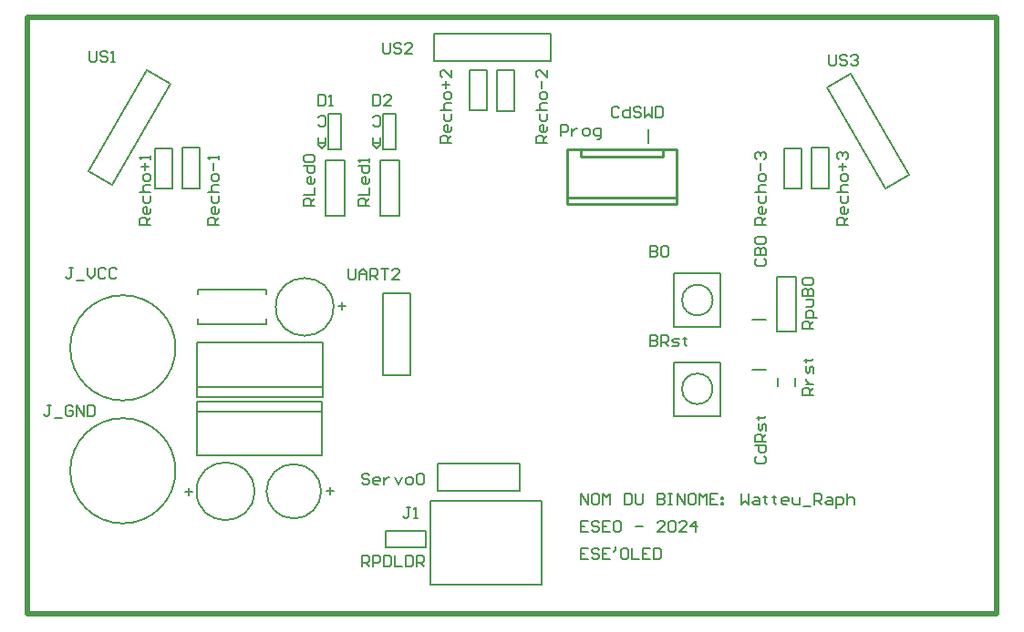
<source format=gto>
G04*
G04 #@! TF.GenerationSoftware,Altium Limited,Altium Designer,19.1.5 (86)*
G04*
G04 Layer_Color=65535*
%FSLAX25Y25*%
%MOIN*%
G70*
G01*
G75*
%ADD10C,0.00787*%
%ADD11C,0.00800*%
%ADD12C,0.00600*%
%ADD13C,0.01000*%
%ADD14C,0.02000*%
D10*
X54259Y110000D02*
G03*
X54259Y110000I-19259J0D01*
G01*
X97500Y92500D02*
G03*
X107500Y102500I0J10000D01*
G01*
X87500D02*
G03*
X97500Y92500I10000J0D01*
G01*
Y112500D02*
G03*
X87500Y102500I0J-10000D01*
G01*
X107500D02*
G03*
X97500Y112500I-10000J0D01*
G01*
X112000Y170000D02*
G03*
X112000Y170000I-10563J0D01*
G01*
X54259Y155000D02*
G03*
X54259Y155000I-19259J0D01*
G01*
X83063Y102500D02*
G03*
X83063Y102500I-10563J0D01*
G01*
X107835Y115532D02*
Y135453D01*
X62047Y115532D02*
Y135453D01*
Y115532D02*
X107835D01*
X62047Y135453D02*
X107835D01*
X62047Y131752D02*
X107835D01*
X274350Y140925D02*
Y144075D01*
X280650Y140925D02*
Y144075D01*
X130138Y227638D02*
X134862D01*
Y240630D01*
X130138D02*
X134862D01*
X130138Y227638D02*
Y240630D01*
X130000Y145000D02*
X140000D01*
X130000D02*
Y175000D01*
X140000D01*
Y145000D02*
Y175000D01*
X87500Y163750D02*
Y165500D01*
X62500Y174500D02*
Y176250D01*
X87500D01*
Y174500D02*
Y176250D01*
X62500Y163750D02*
X87500D01*
X62500D02*
Y165500D01*
X188091Y68209D02*
Y81090D01*
Y88090D02*
Y98839D01*
X174291Y68209D02*
X188091D01*
Y81090D02*
Y88090D01*
X147500Y98839D02*
X188091D01*
X147500Y68209D02*
Y98839D01*
Y68209D02*
X174291D01*
X313820Y213385D02*
X322480Y218385D01*
X292560Y250208D02*
X313820Y213385D01*
X301220Y255208D02*
X322480Y218385D01*
X292560Y250208D02*
X301220Y255208D01*
X150000Y102500D02*
Y112500D01*
X180000D01*
Y102500D02*
Y112500D01*
X150000Y102500D02*
X180000D01*
X62165Y137047D02*
Y156968D01*
X107953Y137047D02*
Y156968D01*
X62165D02*
X107953D01*
X62165Y137047D02*
X107953D01*
X62165Y140748D02*
X107953D01*
X264941Y165413D02*
X270059D01*
X110138Y227638D02*
X114862D01*
Y240630D01*
X110138D02*
X114862D01*
X110138Y227638D02*
Y240630D01*
X264941Y147087D02*
X270059D01*
X227087Y229941D02*
Y235059D01*
X22520Y219724D02*
X31181Y214724D01*
X22520Y219724D02*
X43780Y256547D01*
X31181Y214724D02*
X52440Y251547D01*
X43780Y256547D02*
X52440Y251547D01*
X191299Y260000D02*
Y270000D01*
X148779Y260000D02*
X191299D01*
X148779Y270000D02*
X191299D01*
X148779Y260000D02*
Y270000D01*
X128957Y231968D02*
Y229345D01*
X127645Y228033D01*
X126333Y229345D01*
Y231968D01*
Y230001D01*
X128957D01*
X126333Y236563D02*
X126989Y235907D01*
X128301D01*
X128957Y236563D01*
Y239187D01*
X128301Y239843D01*
X126989D01*
X126333Y239187D01*
X108957Y231968D02*
Y229345D01*
X107645Y228033D01*
X106333Y229345D01*
Y231968D01*
Y230001D01*
X108957D01*
X106333Y236563D02*
X106989Y235907D01*
X108301D01*
X108957Y236563D01*
Y239187D01*
X108301Y239843D01*
X106989D01*
X106333Y239187D01*
D11*
X250590Y140000D02*
G03*
X250590Y140000I-5590J0D01*
G01*
Y172500D02*
G03*
X250590Y172500I-5590J0D01*
G01*
X253307Y130000D02*
Y149685D01*
X236378D02*
X253307D01*
X236378Y130000D02*
Y149685D01*
Y130000D02*
X253307D01*
Y162500D02*
Y182185D01*
X236378D02*
X253307D01*
X236378Y162500D02*
Y182185D01*
Y162500D02*
X253307D01*
X287500Y162000D02*
X283501D01*
Y163999D01*
X284168Y164666D01*
X285501D01*
X286167Y163999D01*
Y162000D01*
Y163333D02*
X287500Y164666D01*
X288833Y165999D02*
X284834D01*
Y167998D01*
X285501Y168665D01*
X286834D01*
X287500Y167998D01*
Y165999D01*
X284834Y169997D02*
X286834D01*
X287500Y170664D01*
Y172663D01*
X284834D01*
X283501Y173996D02*
X287500D01*
Y175996D01*
X286834Y176662D01*
X286167D01*
X285501Y175996D01*
Y173996D01*
Y175996D01*
X284834Y176662D01*
X284168D01*
X283501Y175996D01*
Y173996D01*
X284168Y177995D02*
X283501Y178661D01*
Y179994D01*
X284168Y180661D01*
X286834D01*
X287500Y179994D01*
Y178661D01*
X286834Y177995D01*
X284168D01*
X122500Y75000D02*
Y78999D01*
X124499D01*
X125166Y78332D01*
Y76999D01*
X124499Y76333D01*
X122500D01*
X123833D02*
X125166Y75000D01*
X126499D02*
Y78999D01*
X128498D01*
X129165Y78332D01*
Y76999D01*
X128498Y76333D01*
X126499D01*
X130497Y78999D02*
Y75000D01*
X132497D01*
X133163Y75666D01*
Y78332D01*
X132497Y78999D01*
X130497D01*
X134496D02*
Y75000D01*
X137162D01*
X138495Y78999D02*
Y75000D01*
X140494D01*
X141161Y75666D01*
Y78332D01*
X140494Y78999D01*
X138495D01*
X142494Y75000D02*
Y78999D01*
X144493D01*
X145159Y78332D01*
Y76999D01*
X144493Y76333D01*
X142494D01*
X143826D02*
X145159Y75000D01*
X287500Y137500D02*
X283501D01*
Y139499D01*
X284168Y140166D01*
X285501D01*
X286167Y139499D01*
Y137500D01*
Y138833D02*
X287500Y140166D01*
X284834Y141499D02*
X287500D01*
X286167D01*
X285501Y142165D01*
X284834Y142832D01*
Y143498D01*
X287500Y145497D02*
Y147497D01*
X286834Y148163D01*
X286167Y147497D01*
Y146164D01*
X285501Y145497D01*
X284834Y146164D01*
Y148163D01*
X284168Y150163D02*
X284834D01*
Y149496D01*
Y150829D01*
Y150163D01*
X286834D01*
X287500Y150829D01*
X126300Y247799D02*
Y243800D01*
X128299D01*
X128966Y244466D01*
Y247132D01*
X128299Y247799D01*
X126300D01*
X132965Y243800D02*
X130299D01*
X132965Y246466D01*
Y247132D01*
X132298Y247799D01*
X130965D01*
X130299Y247132D01*
X195000Y232500D02*
Y236499D01*
X196999D01*
X197666Y235832D01*
Y234499D01*
X196999Y233833D01*
X195000D01*
X198999Y235166D02*
Y232500D01*
Y233833D01*
X199665Y234499D01*
X200332Y235166D01*
X200998D01*
X203664Y232500D02*
X204997D01*
X205663Y233166D01*
Y234499D01*
X204997Y235166D01*
X203664D01*
X202997Y234499D01*
Y233166D01*
X203664Y232500D01*
X208329Y231167D02*
X208996D01*
X209662Y231834D01*
Y235166D01*
X207663D01*
X206996Y234499D01*
Y233166D01*
X207663Y232500D01*
X209662D01*
X117500Y183999D02*
Y180666D01*
X118166Y180000D01*
X119499D01*
X120166Y180666D01*
Y183999D01*
X121499Y180000D02*
Y182666D01*
X122832Y183999D01*
X124164Y182666D01*
Y180000D01*
Y181999D01*
X121499D01*
X125497Y180000D02*
Y183999D01*
X127497D01*
X128163Y183332D01*
Y181999D01*
X127497Y181333D01*
X125497D01*
X126830D02*
X128163Y180000D01*
X129496Y183999D02*
X132162D01*
X130829D01*
Y180000D01*
X136161D02*
X133495D01*
X136161Y182666D01*
Y183332D01*
X135494Y183999D01*
X134161D01*
X133495Y183332D01*
X8666Y133999D02*
X7333D01*
X7999D01*
Y130666D01*
X7333Y130000D01*
X6667D01*
X6000Y130666D01*
X9999Y129333D02*
X12664D01*
X16663Y133332D02*
X15997Y133999D01*
X14664D01*
X13997Y133332D01*
Y130666D01*
X14664Y130000D01*
X15997D01*
X16663Y130666D01*
Y131999D01*
X15330D01*
X17996Y130000D02*
Y133999D01*
X20662Y130000D01*
Y133999D01*
X21995D02*
Y130000D01*
X23994D01*
X24661Y130666D01*
Y133332D01*
X23994Y133999D01*
X21995D01*
X112185Y102666D02*
X109519D01*
X110852Y101333D02*
Y103999D01*
X116319Y170166D02*
X113653D01*
X114986Y168833D02*
Y171499D01*
X227900Y159799D02*
Y155800D01*
X229899D01*
X230566Y156466D01*
Y157133D01*
X229899Y157799D01*
X227900D01*
X229899D01*
X230566Y158466D01*
Y159132D01*
X229899Y159799D01*
X227900D01*
X231899Y155800D02*
Y159799D01*
X233898D01*
X234564Y159132D01*
Y157799D01*
X233898Y157133D01*
X231899D01*
X233232D02*
X234564Y155800D01*
X235897D02*
X237897D01*
X238563Y156466D01*
X237897Y157133D01*
X236564D01*
X235897Y157799D01*
X236564Y158466D01*
X238563D01*
X240563Y159132D02*
Y158466D01*
X239896D01*
X241229D01*
X240563D01*
Y156466D01*
X241229Y155800D01*
X140166Y96499D02*
X138833D01*
X139499D01*
Y93166D01*
X138833Y92500D01*
X138166D01*
X137500Y93166D01*
X141499Y92500D02*
X142832D01*
X142165D01*
Y96499D01*
X141499Y95832D01*
X293000Y262399D02*
Y259066D01*
X293666Y258400D01*
X294999D01*
X295666Y259066D01*
Y262399D01*
X299664Y261732D02*
X298998Y262399D01*
X297665D01*
X296999Y261732D01*
Y261066D01*
X297665Y260399D01*
X298998D01*
X299664Y259733D01*
Y259066D01*
X298998Y258400D01*
X297665D01*
X296999Y259066D01*
X300997Y261732D02*
X301664Y262399D01*
X302997D01*
X303663Y261732D01*
Y261066D01*
X302997Y260399D01*
X302330D01*
X302997D01*
X303663Y259733D01*
Y259066D01*
X302997Y258400D01*
X301664D01*
X300997Y259066D01*
X125166Y108332D02*
X124499Y108999D01*
X123167D01*
X122500Y108332D01*
Y107666D01*
X123167Y106999D01*
X124499D01*
X125166Y106333D01*
Y105666D01*
X124499Y105000D01*
X123167D01*
X122500Y105666D01*
X128498Y105000D02*
X127165D01*
X126499Y105666D01*
Y106999D01*
X127165Y107666D01*
X128498D01*
X129165Y106999D01*
Y106333D01*
X126499D01*
X130497Y107666D02*
Y105000D01*
Y106333D01*
X131164Y106999D01*
X131830Y107666D01*
X132497D01*
X134496D02*
X135829Y105000D01*
X137162Y107666D01*
X139161Y105000D02*
X140494D01*
X141161Y105666D01*
Y106999D01*
X140494Y107666D01*
X139161D01*
X138495Y106999D01*
Y105666D01*
X139161Y105000D01*
X142494Y108332D02*
X143160Y108999D01*
X144493D01*
X145159Y108332D01*
Y105666D01*
X144493Y105000D01*
X143160D01*
X142494Y105666D01*
Y108332D01*
X16766Y184199D02*
X15433D01*
X16099D01*
Y180867D01*
X15433Y180200D01*
X14766D01*
X14100Y180867D01*
X18099Y179534D02*
X20764D01*
X22097Y184199D02*
Y181533D01*
X23430Y180200D01*
X24763Y181533D01*
Y184199D01*
X28762Y183532D02*
X28095Y184199D01*
X26763D01*
X26096Y183532D01*
Y180867D01*
X26763Y180200D01*
X28095D01*
X28762Y180867D01*
X32761Y183532D02*
X32094Y184199D01*
X30761D01*
X30095Y183532D01*
Y180867D01*
X30761Y180200D01*
X32094D01*
X32761Y180867D01*
X57618Y102334D02*
X60284D01*
X58951Y103667D02*
Y101001D01*
X227900Y192299D02*
Y188300D01*
X229899D01*
X230566Y188967D01*
Y189633D01*
X229899Y190299D01*
X227900D01*
X229899D01*
X230566Y190966D01*
Y191632D01*
X229899Y192299D01*
X227900D01*
X231899Y191632D02*
X232565Y192299D01*
X233898D01*
X234564Y191632D01*
Y188967D01*
X233898Y188300D01*
X232565D01*
X231899Y188967D01*
Y191632D01*
X266668Y187666D02*
X266001Y186999D01*
Y185667D01*
X266668Y185000D01*
X269334D01*
X270000Y185667D01*
Y186999D01*
X269334Y187666D01*
X266001Y188999D02*
X270000D01*
Y190998D01*
X269334Y191665D01*
X268667D01*
X268001Y190998D01*
Y188999D01*
Y190998D01*
X267334Y191665D01*
X266668D01*
X266001Y190998D01*
Y188999D01*
X266668Y192997D02*
X266001Y193664D01*
Y194997D01*
X266668Y195663D01*
X269334D01*
X270000Y194997D01*
Y193664D01*
X269334Y192997D01*
X266668D01*
X106300Y247799D02*
Y243800D01*
X108299D01*
X108966Y244466D01*
Y247132D01*
X108299Y247799D01*
X106300D01*
X110299Y243800D02*
X111632D01*
X110965D01*
Y247799D01*
X110299Y247132D01*
X105000Y207000D02*
X101001D01*
Y208999D01*
X101668Y209666D01*
X103001D01*
X103667Y208999D01*
Y207000D01*
Y208333D02*
X105000Y209666D01*
X101001Y210999D02*
X105000D01*
Y213665D01*
Y216997D02*
Y215664D01*
X104333Y214997D01*
X103001D01*
X102334Y215664D01*
Y216997D01*
X103001Y217663D01*
X103667D01*
Y214997D01*
X101001Y221662D02*
X105000D01*
Y219663D01*
X104333Y218996D01*
X103001D01*
X102334Y219663D01*
Y221662D01*
X101668Y222995D02*
X101001Y223661D01*
Y224994D01*
X101668Y225661D01*
X104333D01*
X105000Y224994D01*
Y223661D01*
X104333Y222995D01*
X101668D01*
X125000Y207000D02*
X121001D01*
Y208999D01*
X121668Y209666D01*
X123001D01*
X123667Y208999D01*
Y207000D01*
Y208333D02*
X125000Y209666D01*
X121001Y210999D02*
X125000D01*
Y213665D01*
Y216997D02*
Y215664D01*
X124334Y214997D01*
X123001D01*
X122334Y215664D01*
Y216997D01*
X123001Y217663D01*
X123667D01*
Y214997D01*
X121001Y221662D02*
X125000D01*
Y219663D01*
X124334Y218996D01*
X123001D01*
X122334Y219663D01*
Y221662D01*
X125000Y222995D02*
Y224328D01*
Y223661D01*
X121001D01*
X121668Y222995D01*
X266668Y115166D02*
X266001Y114499D01*
Y113166D01*
X266668Y112500D01*
X269334D01*
X270000Y113166D01*
Y114499D01*
X269334Y115166D01*
X266001Y119165D02*
X270000D01*
Y117165D01*
X269334Y116499D01*
X268001D01*
X267334Y117165D01*
Y119165D01*
X270000Y120497D02*
X266001D01*
Y122497D01*
X266668Y123163D01*
X268001D01*
X268667Y122497D01*
Y120497D01*
Y121830D02*
X270000Y123163D01*
Y124496D02*
Y126496D01*
X269334Y127162D01*
X268667Y126496D01*
Y125163D01*
X268001Y124496D01*
X267334Y125163D01*
Y127162D01*
X266668Y129161D02*
X267334D01*
Y128495D01*
Y129828D01*
Y129161D01*
X269334D01*
X270000Y129828D01*
X216366Y242732D02*
X215699Y243399D01*
X214366D01*
X213700Y242732D01*
Y240066D01*
X214366Y239400D01*
X215699D01*
X216366Y240066D01*
X220364Y243399D02*
Y239400D01*
X218365D01*
X217699Y240066D01*
Y241399D01*
X218365Y242066D01*
X220364D01*
X224363Y242732D02*
X223697Y243399D01*
X222364D01*
X221697Y242732D01*
Y242066D01*
X222364Y241399D01*
X223697D01*
X224363Y240733D01*
Y240066D01*
X223697Y239400D01*
X222364D01*
X221697Y240066D01*
X225696Y243399D02*
Y239400D01*
X227029Y240733D01*
X228362Y239400D01*
Y243399D01*
X229695D02*
Y239400D01*
X231694D01*
X232361Y240066D01*
Y242732D01*
X231694Y243399D01*
X229695D01*
X45000Y200000D02*
X41001D01*
Y201999D01*
X41668Y202666D01*
X43001D01*
X43667Y201999D01*
Y200000D01*
Y201333D02*
X45000Y202666D01*
Y205998D02*
Y204665D01*
X44334Y203999D01*
X43001D01*
X42334Y204665D01*
Y205998D01*
X43001Y206664D01*
X43667D01*
Y203999D01*
X42334Y210663D02*
Y208664D01*
X43001Y207997D01*
X44334D01*
X45000Y208664D01*
Y210663D01*
X41001Y211996D02*
X45000D01*
X43001D01*
X42334Y212663D01*
Y213996D01*
X43001Y214662D01*
X45000D01*
Y216661D02*
Y217994D01*
X44334Y218661D01*
X43001D01*
X42334Y217994D01*
Y216661D01*
X43001Y215995D01*
X44334D01*
X45000Y216661D01*
X43001Y219994D02*
Y222659D01*
X41668Y221326D02*
X44334D01*
X45000Y223992D02*
Y225325D01*
Y224659D01*
X41001D01*
X41668Y223992D01*
X155000Y230000D02*
X151001D01*
Y231999D01*
X151668Y232666D01*
X153001D01*
X153667Y231999D01*
Y230000D01*
Y231333D02*
X155000Y232666D01*
Y235998D02*
Y234665D01*
X154333Y233999D01*
X153001D01*
X152334Y234665D01*
Y235998D01*
X153001Y236665D01*
X153667D01*
Y233999D01*
X152334Y240663D02*
Y238664D01*
X153001Y237997D01*
X154333D01*
X155000Y238664D01*
Y240663D01*
X151001Y241996D02*
X155000D01*
X153001D01*
X152334Y242663D01*
Y243995D01*
X153001Y244662D01*
X155000D01*
Y246661D02*
Y247994D01*
X154333Y248661D01*
X153001D01*
X152334Y247994D01*
Y246661D01*
X153001Y245995D01*
X154333D01*
X155000Y246661D01*
X153001Y249994D02*
Y252659D01*
X151668Y251326D02*
X154333D01*
X155000Y256658D02*
Y253992D01*
X152334Y256658D01*
X151668D01*
X151001Y255992D01*
Y254659D01*
X151668Y253992D01*
X300000Y200000D02*
X296001D01*
Y201999D01*
X296668Y202666D01*
X298001D01*
X298667Y201999D01*
Y200000D01*
Y201333D02*
X300000Y202666D01*
Y205998D02*
Y204665D01*
X299334Y203999D01*
X298001D01*
X297334Y204665D01*
Y205998D01*
X298001Y206664D01*
X298667D01*
Y203999D01*
X297334Y210663D02*
Y208664D01*
X298001Y207997D01*
X299334D01*
X300000Y208664D01*
Y210663D01*
X296001Y211996D02*
X300000D01*
X298001D01*
X297334Y212663D01*
Y213996D01*
X298001Y214662D01*
X300000D01*
Y216661D02*
Y217994D01*
X299334Y218661D01*
X298001D01*
X297334Y217994D01*
Y216661D01*
X298001Y215995D01*
X299334D01*
X300000Y216661D01*
X298001Y219994D02*
Y222659D01*
X296668Y221326D02*
X299334D01*
X296668Y223992D02*
X296001Y224659D01*
Y225992D01*
X296668Y226658D01*
X297334D01*
X298001Y225992D01*
Y225325D01*
Y225992D01*
X298667Y226658D01*
X299334D01*
X300000Y225992D01*
Y224659D01*
X299334Y223992D01*
X70000Y200000D02*
X66001D01*
Y201999D01*
X66668Y202666D01*
X68001D01*
X68667Y201999D01*
Y200000D01*
Y201333D02*
X70000Y202666D01*
Y205998D02*
Y204665D01*
X69334Y203999D01*
X68001D01*
X67334Y204665D01*
Y205998D01*
X68001Y206664D01*
X68667D01*
Y203999D01*
X67334Y210663D02*
Y208664D01*
X68001Y207997D01*
X69334D01*
X70000Y208664D01*
Y210663D01*
X66001Y211996D02*
X70000D01*
X68001D01*
X67334Y212663D01*
Y213996D01*
X68001Y214662D01*
X70000D01*
Y216661D02*
Y217994D01*
X69334Y218661D01*
X68001D01*
X67334Y217994D01*
Y216661D01*
X68001Y215995D01*
X69334D01*
X70000Y216661D01*
X68001Y219994D02*
Y222659D01*
X70000Y223992D02*
Y225325D01*
Y224659D01*
X66001D01*
X66668Y223992D01*
X190000Y230000D02*
X186001D01*
Y231999D01*
X186668Y232666D01*
X188001D01*
X188667Y231999D01*
Y230000D01*
Y231333D02*
X190000Y232666D01*
Y235998D02*
Y234665D01*
X189333Y233999D01*
X188001D01*
X187334Y234665D01*
Y235998D01*
X188001Y236665D01*
X188667D01*
Y233999D01*
X187334Y240663D02*
Y238664D01*
X188001Y237997D01*
X189333D01*
X190000Y238664D01*
Y240663D01*
X186001Y241996D02*
X190000D01*
X188001D01*
X187334Y242663D01*
Y243995D01*
X188001Y244662D01*
X190000D01*
Y246661D02*
Y247994D01*
X189333Y248661D01*
X188001D01*
X187334Y247994D01*
Y246661D01*
X188001Y245995D01*
X189333D01*
X190000Y246661D01*
X188001Y249994D02*
Y252659D01*
X190000Y256658D02*
Y253992D01*
X187334Y256658D01*
X186668D01*
X186001Y255992D01*
Y254659D01*
X186668Y253992D01*
X270000Y200000D02*
X266001D01*
Y201999D01*
X266668Y202666D01*
X268001D01*
X268667Y201999D01*
Y200000D01*
Y201333D02*
X270000Y202666D01*
Y205998D02*
Y204665D01*
X269334Y203999D01*
X268001D01*
X267334Y204665D01*
Y205998D01*
X268001Y206664D01*
X268667D01*
Y203999D01*
X267334Y210663D02*
Y208664D01*
X268001Y207997D01*
X269334D01*
X270000Y208664D01*
Y210663D01*
X266001Y211996D02*
X270000D01*
X268001D01*
X267334Y212663D01*
Y213996D01*
X268001Y214662D01*
X270000D01*
Y216661D02*
Y217994D01*
X269334Y218661D01*
X268001D01*
X267334Y217994D01*
Y216661D01*
X268001Y215995D01*
X269334D01*
X270000Y216661D01*
X268001Y219994D02*
Y222659D01*
X266668Y223992D02*
X266001Y224659D01*
Y225992D01*
X266668Y226658D01*
X267334D01*
X268001Y225992D01*
Y225325D01*
Y225992D01*
X268667Y226658D01*
X269334D01*
X270000Y225992D01*
Y224659D01*
X269334Y223992D01*
X22900Y263699D02*
Y260366D01*
X23566Y259700D01*
X24899D01*
X25566Y260366D01*
Y263699D01*
X29564Y263032D02*
X28898Y263699D01*
X27565D01*
X26899Y263032D01*
Y262366D01*
X27565Y261699D01*
X28898D01*
X29564Y261033D01*
Y260366D01*
X28898Y259700D01*
X27565D01*
X26899Y260366D01*
X30897Y259700D02*
X32230D01*
X31564D01*
Y263699D01*
X30897Y263032D01*
X130000Y266499D02*
Y263166D01*
X130666Y262500D01*
X131999D01*
X132666Y263166D01*
Y266499D01*
X136664Y265832D02*
X135998Y266499D01*
X134665D01*
X133999Y265832D01*
Y265166D01*
X134665Y264499D01*
X135998D01*
X136664Y263833D01*
Y263166D01*
X135998Y262500D01*
X134665D01*
X133999Y263166D01*
X140663Y262500D02*
X137997D01*
X140663Y265166D01*
Y265832D01*
X139997Y266499D01*
X138664D01*
X137997Y265832D01*
X205166Y81499D02*
X202500D01*
Y77500D01*
X205166D01*
X202500Y79499D02*
X203833D01*
X209165Y80832D02*
X208498Y81499D01*
X207165D01*
X206499Y80832D01*
Y80166D01*
X207165Y79499D01*
X208498D01*
X209165Y78833D01*
Y78166D01*
X208498Y77500D01*
X207165D01*
X206499Y78166D01*
X213163Y81499D02*
X210497D01*
Y77500D01*
X213163D01*
X210497Y79499D02*
X211830D01*
X215163Y82165D02*
Y80832D01*
X214496Y80166D01*
X219161Y81499D02*
X217828D01*
X217162Y80832D01*
Y78166D01*
X217828Y77500D01*
X219161D01*
X219828Y78166D01*
Y80832D01*
X219161Y81499D01*
X221161D02*
Y77500D01*
X223826D01*
X227825Y81499D02*
X225159D01*
Y77500D01*
X227825D01*
X225159Y79499D02*
X226492D01*
X229158Y81499D02*
Y77500D01*
X231157D01*
X231824Y78166D01*
Y80832D01*
X231157Y81499D01*
X229158D01*
X205166Y91499D02*
X202500D01*
Y87500D01*
X205166D01*
X202500Y89499D02*
X203833D01*
X209165Y90832D02*
X208498Y91499D01*
X207165D01*
X206499Y90832D01*
Y90166D01*
X207165Y89499D01*
X208498D01*
X209165Y88833D01*
Y88166D01*
X208498Y87500D01*
X207165D01*
X206499Y88166D01*
X213163Y91499D02*
X210497D01*
Y87500D01*
X213163D01*
X210497Y89499D02*
X211830D01*
X216495Y91499D02*
X215163D01*
X214496Y90832D01*
Y88166D01*
X215163Y87500D01*
X216495D01*
X217162Y88166D01*
Y90832D01*
X216495Y91499D01*
X222494Y89499D02*
X225159D01*
X233157Y87500D02*
X230491D01*
X233157Y90166D01*
Y90832D01*
X232490Y91499D01*
X231157D01*
X230491Y90832D01*
X234490D02*
X235156Y91499D01*
X236489D01*
X237156Y90832D01*
Y88166D01*
X236489Y87500D01*
X235156D01*
X234490Y88166D01*
Y90832D01*
X241154Y87500D02*
X238488D01*
X241154Y90166D01*
Y90832D01*
X240488Y91499D01*
X239155D01*
X238488Y90832D01*
X244486Y87500D02*
Y91499D01*
X242487Y89499D01*
X245153D01*
X202500Y97500D02*
Y101499D01*
X205166Y97500D01*
Y101499D01*
X208498D02*
X207165D01*
X206499Y100832D01*
Y98166D01*
X207165Y97500D01*
X208498D01*
X209165Y98166D01*
Y100832D01*
X208498Y101499D01*
X210497Y97500D02*
Y101499D01*
X211830Y100166D01*
X213163Y101499D01*
Y97500D01*
X218495Y101499D02*
Y97500D01*
X220494D01*
X221161Y98166D01*
Y100832D01*
X220494Y101499D01*
X218495D01*
X222494D02*
Y98166D01*
X223160Y97500D01*
X224493D01*
X225159Y98166D01*
Y101499D01*
X230491D02*
Y97500D01*
X232490D01*
X233157Y98166D01*
Y98833D01*
X232490Y99499D01*
X230491D01*
X232490D01*
X233157Y100166D01*
Y100832D01*
X232490Y101499D01*
X230491D01*
X234490D02*
X235823D01*
X235156D01*
Y97500D01*
X234490D01*
X235823D01*
X237822D02*
Y101499D01*
X240488Y97500D01*
Y101499D01*
X243820D02*
X242487D01*
X241821Y100832D01*
Y98166D01*
X242487Y97500D01*
X243820D01*
X244486Y98166D01*
Y100832D01*
X243820Y101499D01*
X245819Y97500D02*
Y101499D01*
X247152Y100166D01*
X248485Y101499D01*
Y97500D01*
X252484Y101499D02*
X249818D01*
Y97500D01*
X252484D01*
X249818Y99499D02*
X251151D01*
X253817Y100166D02*
X254483D01*
Y99499D01*
X253817D01*
Y100166D01*
Y98166D02*
X254483D01*
Y97500D01*
X253817D01*
Y98166D01*
X261148Y101499D02*
Y97500D01*
X262481Y98833D01*
X263813Y97500D01*
Y101499D01*
X265813Y100166D02*
X267146D01*
X267812Y99499D01*
Y97500D01*
X265813D01*
X265146Y98166D01*
X265813Y98833D01*
X267812D01*
X269812Y100832D02*
Y100166D01*
X269145D01*
X270478D01*
X269812D01*
Y98166D01*
X270478Y97500D01*
X273144Y100832D02*
Y100166D01*
X272477D01*
X273810D01*
X273144D01*
Y98166D01*
X273810Y97500D01*
X277809D02*
X276476D01*
X275810Y98166D01*
Y99499D01*
X276476Y100166D01*
X277809D01*
X278475Y99499D01*
Y98833D01*
X275810D01*
X279808Y100166D02*
Y98166D01*
X280475Y97500D01*
X282474D01*
Y100166D01*
X283807Y96834D02*
X286473D01*
X287806Y97500D02*
Y101499D01*
X289805D01*
X290472Y100832D01*
Y99499D01*
X289805Y98833D01*
X287806D01*
X289139D02*
X290472Y97500D01*
X292471Y100166D02*
X293804D01*
X294470Y99499D01*
Y97500D01*
X292471D01*
X291805Y98166D01*
X292471Y98833D01*
X294470D01*
X295803Y96167D02*
Y100166D01*
X297803D01*
X298469Y99499D01*
Y98166D01*
X297803Y97500D01*
X295803D01*
X299802Y101499D02*
Y97500D01*
Y99499D01*
X300468Y100166D01*
X301801D01*
X302468Y99499D01*
Y97500D01*
D12*
X273957Y160965D02*
X281043D01*
Y181043D01*
X273957D02*
X281043D01*
X273957Y160965D02*
Y181043D01*
X145911Y81850D02*
Y88150D01*
X130950D02*
X145911D01*
X130950Y81850D02*
Y88150D01*
Y81850D02*
X145911D01*
X108957Y203465D02*
X116043D01*
Y223543D01*
X108957D02*
X116043D01*
X108957Y203465D02*
Y223543D01*
X128957Y203465D02*
X136043D01*
Y223543D01*
X128957D02*
X136043D01*
X128957Y203465D02*
Y223543D01*
X46850Y213189D02*
X53150D01*
Y228150D01*
X46850D02*
X53150D01*
X46850Y213189D02*
Y228150D01*
X161850Y256811D02*
X168150D01*
X161850Y241850D02*
Y256811D01*
Y241850D02*
X168150D01*
Y256811D01*
X286850Y228411D02*
X293150D01*
X286850Y213450D02*
Y228411D01*
Y213450D02*
X293150D01*
Y228411D01*
X56850D02*
X63150D01*
X56850Y213450D02*
Y228411D01*
Y213450D02*
X63150D01*
Y228411D01*
X171850Y241589D02*
X178150D01*
Y256550D01*
X171850D02*
X178150D01*
X171850Y241589D02*
Y256550D01*
X276850Y213189D02*
X283150D01*
Y228150D01*
X276850D02*
X283150D01*
X276850Y213189D02*
Y228150D01*
D13*
X232500Y225020D02*
Y227500D01*
X202500Y225020D02*
X232500D01*
X197500Y209980D02*
X237500D01*
Y207500D02*
Y227500D01*
X197500D02*
X237500D01*
X197500Y207500D02*
Y227500D01*
Y207500D02*
X237500D01*
X202500Y225020D02*
Y227500D01*
D14*
X0Y276000D02*
X354500D01*
X-0Y57500D02*
X0Y276000D01*
X-0Y57500D02*
X354500D01*
X354500Y276000D01*
M02*

</source>
